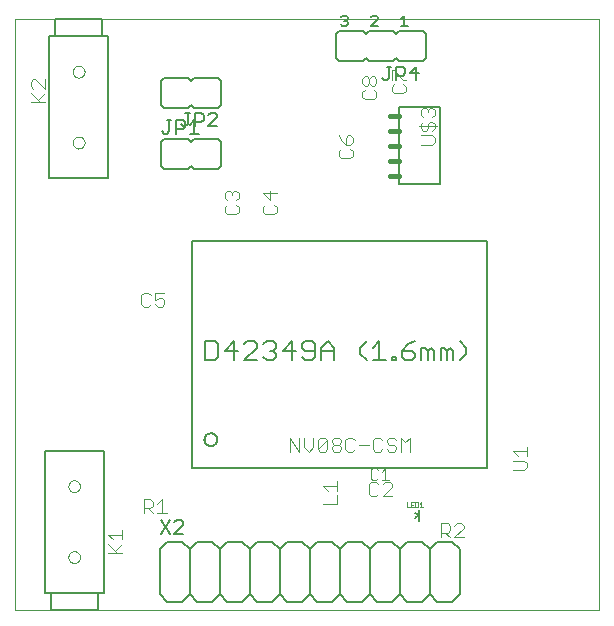
<source format=gto>
G75*
G70*
%OFA0B0*%
%FSLAX24Y24*%
%IPPOS*%
%LPD*%
%AMOC8*
5,1,8,0,0,1.08239X$1,22.5*
%
%ADD10C,0.0000*%
%ADD11C,0.0060*%
%ADD12C,0.0050*%
%ADD13C,0.0040*%
%ADD14C,0.0030*%
%ADD15C,0.0160*%
%ADD16C,0.0080*%
%ADD17C,0.0010*%
D10*
X000253Y000145D02*
X000253Y019830D01*
X019742Y019830D01*
X019742Y000145D01*
X000253Y000145D01*
X002041Y001897D02*
X002043Y001924D01*
X002049Y001951D01*
X002058Y001977D01*
X002071Y002001D01*
X002087Y002024D01*
X002106Y002043D01*
X002128Y002060D01*
X002152Y002074D01*
X002177Y002084D01*
X002204Y002091D01*
X002231Y002094D01*
X002259Y002093D01*
X002286Y002088D01*
X002312Y002080D01*
X002336Y002068D01*
X002359Y002052D01*
X002380Y002034D01*
X002397Y002013D01*
X002412Y001989D01*
X002423Y001964D01*
X002431Y001938D01*
X002435Y001911D01*
X002435Y001883D01*
X002431Y001856D01*
X002423Y001830D01*
X002412Y001805D01*
X002397Y001781D01*
X002380Y001760D01*
X002359Y001742D01*
X002337Y001726D01*
X002312Y001714D01*
X002286Y001706D01*
X002259Y001701D01*
X002231Y001700D01*
X002204Y001703D01*
X002177Y001710D01*
X002152Y001720D01*
X002128Y001734D01*
X002106Y001751D01*
X002087Y001770D01*
X002071Y001793D01*
X002058Y001817D01*
X002049Y001843D01*
X002043Y001870D01*
X002041Y001897D01*
X002041Y004259D02*
X002043Y004286D01*
X002049Y004313D01*
X002058Y004339D01*
X002071Y004363D01*
X002087Y004386D01*
X002106Y004405D01*
X002128Y004422D01*
X002152Y004436D01*
X002177Y004446D01*
X002204Y004453D01*
X002231Y004456D01*
X002259Y004455D01*
X002286Y004450D01*
X002312Y004442D01*
X002336Y004430D01*
X002359Y004414D01*
X002380Y004396D01*
X002397Y004375D01*
X002412Y004351D01*
X002423Y004326D01*
X002431Y004300D01*
X002435Y004273D01*
X002435Y004245D01*
X002431Y004218D01*
X002423Y004192D01*
X002412Y004167D01*
X002397Y004143D01*
X002380Y004122D01*
X002359Y004104D01*
X002337Y004088D01*
X002312Y004076D01*
X002286Y004068D01*
X002259Y004063D01*
X002231Y004062D01*
X002204Y004065D01*
X002177Y004072D01*
X002152Y004082D01*
X002128Y004096D01*
X002106Y004113D01*
X002087Y004132D01*
X002071Y004155D01*
X002058Y004179D01*
X002049Y004205D01*
X002043Y004232D01*
X002041Y004259D01*
X002190Y015716D02*
X002192Y015743D01*
X002198Y015770D01*
X002207Y015796D01*
X002220Y015820D01*
X002236Y015843D01*
X002255Y015862D01*
X002277Y015879D01*
X002301Y015893D01*
X002326Y015903D01*
X002353Y015910D01*
X002380Y015913D01*
X002408Y015912D01*
X002435Y015907D01*
X002461Y015899D01*
X002485Y015887D01*
X002508Y015871D01*
X002529Y015853D01*
X002546Y015832D01*
X002561Y015808D01*
X002572Y015783D01*
X002580Y015757D01*
X002584Y015730D01*
X002584Y015702D01*
X002580Y015675D01*
X002572Y015649D01*
X002561Y015624D01*
X002546Y015600D01*
X002529Y015579D01*
X002508Y015561D01*
X002486Y015545D01*
X002461Y015533D01*
X002435Y015525D01*
X002408Y015520D01*
X002380Y015519D01*
X002353Y015522D01*
X002326Y015529D01*
X002301Y015539D01*
X002277Y015553D01*
X002255Y015570D01*
X002236Y015589D01*
X002220Y015612D01*
X002207Y015636D01*
X002198Y015662D01*
X002192Y015689D01*
X002190Y015716D01*
X002190Y018078D02*
X002192Y018105D01*
X002198Y018132D01*
X002207Y018158D01*
X002220Y018182D01*
X002236Y018205D01*
X002255Y018224D01*
X002277Y018241D01*
X002301Y018255D01*
X002326Y018265D01*
X002353Y018272D01*
X002380Y018275D01*
X002408Y018274D01*
X002435Y018269D01*
X002461Y018261D01*
X002485Y018249D01*
X002508Y018233D01*
X002529Y018215D01*
X002546Y018194D01*
X002561Y018170D01*
X002572Y018145D01*
X002580Y018119D01*
X002584Y018092D01*
X002584Y018064D01*
X002580Y018037D01*
X002572Y018011D01*
X002561Y017986D01*
X002546Y017962D01*
X002529Y017941D01*
X002508Y017923D01*
X002486Y017907D01*
X002461Y017895D01*
X002435Y017887D01*
X002408Y017882D01*
X002380Y017881D01*
X002353Y017884D01*
X002326Y017891D01*
X002301Y017901D01*
X002277Y017915D01*
X002255Y017932D01*
X002236Y017951D01*
X002220Y017974D01*
X002207Y017998D01*
X002198Y018024D01*
X002192Y018051D01*
X002190Y018078D01*
D11*
X005147Y017778D02*
X005147Y016978D01*
X005247Y016878D01*
X006047Y016878D01*
X006147Y016978D01*
X006247Y016878D01*
X007047Y016878D01*
X007147Y016978D01*
X007147Y017778D01*
X007047Y017878D01*
X006247Y017878D01*
X006147Y017778D01*
X006047Y017878D01*
X005247Y017878D01*
X005147Y017778D01*
X005247Y015839D02*
X005147Y015739D01*
X005147Y014939D01*
X005247Y014839D01*
X006047Y014839D01*
X006147Y014939D01*
X006247Y014839D01*
X007047Y014839D01*
X007147Y014939D01*
X007147Y015739D01*
X007047Y015839D01*
X006247Y015839D01*
X006147Y015739D01*
X006047Y015839D01*
X005247Y015839D01*
X010958Y018524D02*
X010958Y019324D01*
X011058Y019424D01*
X011858Y019424D01*
X011958Y019324D01*
X012058Y019424D01*
X012858Y019424D01*
X012958Y019324D01*
X013058Y019424D01*
X013858Y019424D01*
X013958Y019324D01*
X013958Y018524D01*
X013858Y018424D01*
X013058Y018424D01*
X012958Y018524D01*
X012858Y018424D01*
X012058Y018424D01*
X011958Y018524D01*
X011858Y018424D01*
X011058Y018424D01*
X010958Y018524D01*
X010694Y009095D02*
X010908Y008882D01*
X010908Y008455D01*
X010908Y008775D02*
X010481Y008775D01*
X010481Y008882D02*
X010694Y009095D01*
X010481Y008882D02*
X010481Y008455D01*
X010263Y008561D02*
X010263Y008988D01*
X010156Y009095D01*
X009943Y009095D01*
X009836Y008988D01*
X009836Y008882D01*
X009943Y008775D01*
X010263Y008775D01*
X010263Y008561D02*
X010156Y008455D01*
X009943Y008455D01*
X009836Y008561D01*
X009619Y008775D02*
X009192Y008775D01*
X009512Y009095D01*
X009512Y008455D01*
X008974Y008561D02*
X008867Y008455D01*
X008654Y008455D01*
X008547Y008561D01*
X008760Y008775D02*
X008867Y008775D01*
X008974Y008668D01*
X008974Y008561D01*
X008867Y008775D02*
X008974Y008882D01*
X008974Y008988D01*
X008867Y009095D01*
X008654Y009095D01*
X008547Y008988D01*
X008329Y008988D02*
X008329Y008882D01*
X007902Y008455D01*
X008329Y008455D01*
X008329Y008988D02*
X008223Y009095D01*
X008009Y009095D01*
X007902Y008988D01*
X007685Y008775D02*
X007258Y008775D01*
X007578Y009095D01*
X007578Y008455D01*
X007040Y008561D02*
X007040Y008988D01*
X006934Y009095D01*
X006613Y009095D01*
X006613Y008455D01*
X006934Y008455D01*
X007040Y008561D01*
X011770Y008668D02*
X011770Y008882D01*
X011983Y009095D01*
X012199Y008882D02*
X012413Y009095D01*
X012413Y008455D01*
X012626Y008455D02*
X012199Y008455D01*
X011983Y008455D02*
X011770Y008668D01*
X012844Y008561D02*
X012844Y008455D01*
X012951Y008455D01*
X012951Y008561D01*
X012844Y008561D01*
X013166Y008561D02*
X013273Y008455D01*
X013487Y008455D01*
X013593Y008561D01*
X013593Y008668D01*
X013487Y008775D01*
X013166Y008775D01*
X013166Y008561D01*
X013166Y008775D02*
X013380Y008988D01*
X013593Y009095D01*
X013811Y008882D02*
X013918Y008882D01*
X014024Y008775D01*
X014131Y008882D01*
X014238Y008775D01*
X014238Y008455D01*
X014024Y008455D02*
X014024Y008775D01*
X013811Y008882D02*
X013811Y008455D01*
X014455Y008455D02*
X014455Y008882D01*
X014562Y008882D01*
X014669Y008775D01*
X014776Y008882D01*
X014882Y008775D01*
X014882Y008455D01*
X014669Y008455D02*
X014669Y008775D01*
X015100Y009095D02*
X015313Y008882D01*
X015313Y008668D01*
X015100Y008455D01*
X014846Y002405D02*
X014346Y002405D01*
X014096Y002155D01*
X014096Y000655D01*
X014346Y000405D01*
X014846Y000405D01*
X015096Y000655D01*
X015096Y002155D01*
X014846Y002405D01*
X014096Y002155D02*
X013846Y002405D01*
X013346Y002405D01*
X013096Y002155D01*
X013096Y000655D01*
X012846Y000405D01*
X012346Y000405D01*
X012096Y000655D01*
X012096Y002155D01*
X012346Y002405D01*
X012846Y002405D01*
X013096Y002155D01*
X012096Y002155D02*
X011846Y002405D01*
X011346Y002405D01*
X011096Y002155D01*
X011096Y000655D01*
X011346Y000405D01*
X011846Y000405D01*
X012096Y000655D01*
X013096Y000655D02*
X013346Y000405D01*
X013846Y000405D01*
X014096Y000655D01*
X011096Y000655D02*
X010846Y000405D01*
X010346Y000405D01*
X010096Y000655D01*
X010096Y002155D01*
X010346Y002405D01*
X010846Y002405D01*
X011096Y002155D01*
X010096Y002155D02*
X009846Y002405D01*
X009346Y002405D01*
X009096Y002155D01*
X009096Y000655D01*
X009346Y000405D01*
X009846Y000405D01*
X010096Y000655D01*
X009096Y000655D02*
X008846Y000405D01*
X008346Y000405D01*
X008096Y000655D01*
X008096Y002155D01*
X008346Y002405D01*
X008846Y002405D01*
X009096Y002155D01*
X008096Y002155D02*
X007846Y002405D01*
X007346Y002405D01*
X007096Y002155D01*
X007096Y000655D01*
X007346Y000405D01*
X007846Y000405D01*
X008096Y000655D01*
X007096Y000655D02*
X006846Y000405D01*
X006346Y000405D01*
X006096Y000655D01*
X006096Y002155D01*
X006346Y002405D01*
X006846Y002405D01*
X007096Y002155D01*
X006096Y002155D02*
X005846Y002405D01*
X005346Y002405D01*
X005096Y002155D01*
X005096Y000655D01*
X005346Y000405D01*
X005846Y000405D01*
X006096Y000655D01*
D12*
X005882Y002680D02*
X005581Y002680D01*
X005882Y002980D01*
X005882Y003055D01*
X005806Y003130D01*
X005656Y003130D01*
X005581Y003055D01*
X005421Y003130D02*
X005121Y002680D01*
X005421Y002680D02*
X005121Y003130D01*
X006163Y004869D02*
X016005Y004869D01*
X016005Y012428D01*
X006163Y012428D01*
X006163Y004869D01*
X006581Y005814D02*
X006583Y005843D01*
X006589Y005871D01*
X006599Y005898D01*
X006612Y005924D01*
X006629Y005948D01*
X006648Y005969D01*
X006671Y005987D01*
X006695Y006002D01*
X006722Y006014D01*
X006750Y006022D01*
X006779Y006026D01*
X006807Y006026D01*
X006836Y006022D01*
X006864Y006014D01*
X006891Y006002D01*
X006915Y005987D01*
X006938Y005969D01*
X006957Y005948D01*
X006974Y005924D01*
X006987Y005898D01*
X006997Y005871D01*
X007003Y005843D01*
X007005Y005814D01*
X007003Y005785D01*
X006997Y005757D01*
X006987Y005730D01*
X006974Y005704D01*
X006957Y005680D01*
X006938Y005659D01*
X006915Y005641D01*
X006891Y005626D01*
X006864Y005614D01*
X006836Y005606D01*
X006807Y005602D01*
X006779Y005602D01*
X006750Y005606D01*
X006722Y005614D01*
X006695Y005626D01*
X006671Y005641D01*
X006648Y005659D01*
X006629Y005680D01*
X006612Y005704D01*
X006599Y005730D01*
X006589Y005757D01*
X006583Y005785D01*
X006581Y005814D01*
X006583Y005843D01*
X006589Y005871D01*
X006599Y005898D01*
X006612Y005924D01*
X006629Y005948D01*
X006648Y005969D01*
X006671Y005987D01*
X006695Y006002D01*
X006722Y006014D01*
X006750Y006022D01*
X006779Y006026D01*
X006807Y006026D01*
X006836Y006022D01*
X006864Y006014D01*
X006891Y006002D01*
X006915Y005987D01*
X006938Y005969D01*
X006957Y005948D01*
X006974Y005924D01*
X006987Y005898D01*
X006997Y005871D01*
X007003Y005843D01*
X007005Y005814D01*
X007003Y005785D01*
X006997Y005757D01*
X006987Y005730D01*
X006974Y005704D01*
X006957Y005680D01*
X006938Y005659D01*
X006915Y005641D01*
X006891Y005626D01*
X006864Y005614D01*
X006836Y005606D01*
X006807Y005602D01*
X006779Y005602D01*
X006750Y005606D01*
X006722Y005614D01*
X006695Y005626D01*
X006671Y005641D01*
X006648Y005659D01*
X006629Y005680D01*
X006612Y005704D01*
X006599Y005730D01*
X006589Y005757D01*
X006583Y005785D01*
X006581Y005814D01*
X003222Y005440D02*
X001253Y005440D01*
X001253Y000716D01*
X001450Y000716D01*
X001450Y000125D01*
X003025Y000125D01*
X003025Y000716D01*
X002986Y000716D01*
X001450Y000716D01*
X003025Y000716D02*
X003222Y000716D01*
X003222Y005440D01*
X003371Y014534D02*
X001403Y014534D01*
X001403Y019259D01*
X001600Y019259D01*
X001639Y019259D01*
X003175Y019259D01*
X003175Y019849D01*
X001600Y019849D01*
X001600Y019259D01*
X003175Y019259D02*
X003371Y019259D01*
X003371Y014534D01*
X005172Y016090D02*
X005247Y016014D01*
X005322Y016014D01*
X005397Y016090D01*
X005397Y016465D01*
X005322Y016465D02*
X005472Y016465D01*
X005633Y016465D02*
X005858Y016465D01*
X005933Y016390D01*
X005933Y016240D01*
X005858Y016165D01*
X005633Y016165D01*
X005633Y016014D02*
X005633Y016465D01*
X005791Y016328D02*
X005866Y016253D01*
X005941Y016253D01*
X006016Y016328D01*
X006016Y016703D01*
X005941Y016703D02*
X006091Y016703D01*
X006251Y016703D02*
X006477Y016703D01*
X006552Y016628D01*
X006552Y016478D01*
X006477Y016403D01*
X006251Y016403D01*
X006243Y016465D02*
X006243Y016014D01*
X006093Y016014D02*
X006393Y016014D01*
X006251Y016253D02*
X006251Y016703D01*
X006243Y016465D02*
X006093Y016315D01*
X006712Y016253D02*
X007012Y016553D01*
X007012Y016628D01*
X006937Y016703D01*
X006787Y016703D01*
X006712Y016628D01*
X006712Y016253D02*
X007012Y016253D01*
X011124Y019666D02*
X011181Y019609D01*
X011294Y019609D01*
X011351Y019666D01*
X011351Y019723D01*
X011294Y019779D01*
X011237Y019779D01*
X011294Y019779D02*
X011351Y019836D01*
X011351Y019893D01*
X011294Y019950D01*
X011181Y019950D01*
X011124Y019893D01*
X012124Y019893D02*
X012181Y019950D01*
X012294Y019950D01*
X012351Y019893D01*
X012351Y019836D01*
X012124Y019609D01*
X012351Y019609D01*
X013124Y019609D02*
X013351Y019609D01*
X013237Y019609D02*
X013237Y019950D01*
X013124Y019836D01*
X013187Y018250D02*
X012962Y018250D01*
X012962Y017799D01*
X012962Y017949D02*
X013187Y017949D01*
X013263Y018024D01*
X013263Y018175D01*
X013187Y018250D01*
X013423Y018024D02*
X013723Y018024D01*
X013648Y017799D02*
X013648Y018250D01*
X013423Y018024D01*
X012802Y018250D02*
X012652Y018250D01*
X012727Y018250D02*
X012727Y017874D01*
X012652Y017799D01*
X012577Y017799D01*
X012502Y017874D01*
X013068Y016897D02*
X014446Y016897D01*
X014446Y014338D01*
X013068Y014338D01*
X013068Y016897D01*
D13*
X013214Y017356D02*
X012907Y017356D01*
X012830Y017432D01*
X012830Y017586D01*
X012907Y017663D01*
X012830Y017816D02*
X012830Y018123D01*
X012907Y018123D01*
X013214Y017816D01*
X013290Y017816D01*
X013214Y017663D02*
X013290Y017586D01*
X013290Y017432D01*
X013214Y017356D01*
X013797Y016801D02*
X013874Y016877D01*
X013950Y016877D01*
X014027Y016801D01*
X014104Y016877D01*
X014181Y016877D01*
X014257Y016801D01*
X014257Y016647D01*
X014181Y016570D01*
X014181Y016417D02*
X014104Y016417D01*
X014027Y016340D01*
X014027Y016187D01*
X013950Y016110D01*
X013874Y016110D01*
X013797Y016187D01*
X013797Y016340D01*
X013874Y016417D01*
X013874Y016570D02*
X013797Y016647D01*
X013797Y016801D01*
X014027Y016801D02*
X014027Y016724D01*
X014181Y016417D02*
X014257Y016340D01*
X014257Y016187D01*
X014181Y016110D01*
X014181Y015957D02*
X013797Y015957D01*
X013797Y015650D02*
X014181Y015650D01*
X014257Y015726D01*
X014257Y015880D01*
X014181Y015957D01*
X014334Y016264D02*
X013720Y016264D01*
X012306Y017236D02*
X012306Y017389D01*
X012229Y017466D01*
X012229Y017619D02*
X012153Y017619D01*
X012076Y017696D01*
X012076Y017849D01*
X012153Y017926D01*
X012229Y017926D01*
X012306Y017849D01*
X012306Y017696D01*
X012229Y017619D01*
X012076Y017696D02*
X011999Y017619D01*
X011923Y017619D01*
X011846Y017696D01*
X011846Y017849D01*
X011923Y017926D01*
X011999Y017926D01*
X012076Y017849D01*
X011923Y017466D02*
X011846Y017389D01*
X011846Y017236D01*
X011923Y017159D01*
X012229Y017159D01*
X012306Y017236D01*
X011442Y015958D02*
X011365Y015958D01*
X011289Y015881D01*
X011289Y015651D01*
X011442Y015651D01*
X011519Y015727D01*
X011519Y015881D01*
X011442Y015958D01*
X011135Y015804D02*
X011289Y015651D01*
X011442Y015497D02*
X011519Y015420D01*
X011519Y015267D01*
X011442Y015190D01*
X011135Y015190D01*
X011058Y015267D01*
X011058Y015420D01*
X011135Y015497D01*
X011135Y015804D02*
X011058Y015958D01*
X008987Y014030D02*
X008527Y014030D01*
X008757Y013800D01*
X008757Y014107D01*
X008604Y013647D02*
X008527Y013570D01*
X008527Y013417D01*
X008604Y013340D01*
X008911Y013340D01*
X008987Y013417D01*
X008987Y013570D01*
X008911Y013647D01*
X007723Y013570D02*
X007647Y013647D01*
X007723Y013570D02*
X007723Y013417D01*
X007647Y013340D01*
X007340Y013340D01*
X007263Y013417D01*
X007263Y013570D01*
X007340Y013647D01*
X007340Y013800D02*
X007263Y013877D01*
X007263Y014030D01*
X007340Y014107D01*
X007417Y014107D01*
X007493Y014030D01*
X007570Y014107D01*
X007647Y014107D01*
X007723Y014030D01*
X007723Y013877D01*
X007647Y013800D01*
X007493Y013954D02*
X007493Y014030D01*
X005248Y010704D02*
X004941Y010704D01*
X004941Y010473D01*
X005095Y010550D01*
X005171Y010550D01*
X005248Y010473D01*
X005248Y010320D01*
X005171Y010243D01*
X005018Y010243D01*
X004941Y010320D01*
X004788Y010320D02*
X004711Y010243D01*
X004558Y010243D01*
X004481Y010320D01*
X004481Y010627D01*
X004558Y010704D01*
X004711Y010704D01*
X004788Y010627D01*
X009441Y005873D02*
X009748Y005413D01*
X009748Y005873D01*
X009901Y005873D02*
X009901Y005566D01*
X010055Y005413D01*
X010208Y005566D01*
X010208Y005873D01*
X010362Y005796D02*
X010362Y005489D01*
X010669Y005796D01*
X010669Y005489D01*
X010592Y005413D01*
X010438Y005413D01*
X010362Y005489D01*
X010362Y005796D02*
X010438Y005873D01*
X010592Y005873D01*
X010669Y005796D01*
X010822Y005796D02*
X010822Y005720D01*
X010899Y005643D01*
X011052Y005643D01*
X011129Y005566D01*
X011129Y005489D01*
X011052Y005413D01*
X010899Y005413D01*
X010822Y005489D01*
X010822Y005566D01*
X010899Y005643D01*
X011052Y005643D02*
X011129Y005720D01*
X011129Y005796D01*
X011052Y005873D01*
X010899Y005873D01*
X010822Y005796D01*
X011282Y005796D02*
X011282Y005489D01*
X011359Y005413D01*
X011513Y005413D01*
X011589Y005489D01*
X011743Y005643D02*
X012050Y005643D01*
X012203Y005796D02*
X012203Y005489D01*
X012280Y005413D01*
X012433Y005413D01*
X012510Y005489D01*
X012664Y005489D02*
X012740Y005413D01*
X012894Y005413D01*
X012970Y005489D01*
X012970Y005566D01*
X012894Y005643D01*
X012740Y005643D01*
X012664Y005720D01*
X012664Y005796D01*
X012740Y005873D01*
X012894Y005873D01*
X012970Y005796D01*
X013124Y005873D02*
X013277Y005720D01*
X013431Y005873D01*
X013431Y005413D01*
X013124Y005413D02*
X013124Y005873D01*
X012510Y005796D02*
X012433Y005873D01*
X012280Y005873D01*
X012203Y005796D01*
X011589Y005796D02*
X011513Y005873D01*
X011359Y005873D01*
X011282Y005796D01*
X011007Y004422D02*
X011007Y004115D01*
X011007Y003962D02*
X011007Y003655D01*
X010547Y003655D01*
X010700Y004115D02*
X010547Y004269D01*
X011007Y004269D01*
X012071Y004322D02*
X012071Y004015D01*
X012147Y003938D01*
X012301Y003938D01*
X012378Y004015D01*
X012531Y003938D02*
X012838Y004245D01*
X012838Y004322D01*
X012761Y004399D01*
X012608Y004399D01*
X012531Y004322D01*
X012378Y004322D02*
X012301Y004399D01*
X012147Y004399D01*
X012071Y004322D01*
X012531Y003938D02*
X012838Y003938D01*
X014453Y003025D02*
X014453Y002565D01*
X014453Y002718D02*
X014683Y002718D01*
X014759Y002795D01*
X014759Y002948D01*
X014683Y003025D01*
X014453Y003025D01*
X014606Y002718D02*
X014759Y002565D01*
X014913Y002565D02*
X015220Y002872D01*
X015220Y002948D01*
X015143Y003025D01*
X014990Y003025D01*
X014913Y002948D01*
X014913Y002565D02*
X015220Y002565D01*
X016863Y004810D02*
X017247Y004810D01*
X017324Y004887D01*
X017324Y005041D01*
X017247Y005117D01*
X016863Y005117D01*
X017017Y005271D02*
X016863Y005424D01*
X017324Y005424D01*
X017324Y005271D02*
X017324Y005578D01*
X009441Y005413D02*
X009441Y005873D01*
X005318Y003367D02*
X005011Y003367D01*
X004858Y003367D02*
X004704Y003521D01*
X004781Y003521D02*
X004551Y003521D01*
X004551Y003367D02*
X004551Y003828D01*
X004781Y003828D01*
X004858Y003751D01*
X004858Y003598D01*
X004781Y003521D01*
X005011Y003674D02*
X005165Y003828D01*
X005165Y003367D01*
X003832Y002802D02*
X003832Y002495D01*
X003832Y002342D02*
X003602Y002111D01*
X003678Y002035D02*
X003371Y002342D01*
X003525Y002495D02*
X003371Y002649D01*
X003832Y002649D01*
X003832Y002035D02*
X003371Y002035D01*
X001253Y017059D02*
X000793Y017059D01*
X001023Y017136D02*
X001253Y017366D01*
X001253Y017519D02*
X000946Y017826D01*
X000869Y017826D01*
X000793Y017749D01*
X000793Y017596D01*
X000869Y017519D01*
X000793Y017366D02*
X001100Y017059D01*
X001253Y017519D02*
X001253Y017826D01*
D14*
X012180Y004855D02*
X012119Y004793D01*
X012119Y004546D01*
X012180Y004484D01*
X012304Y004484D01*
X012366Y004546D01*
X012487Y004484D02*
X012734Y004484D01*
X012610Y004484D02*
X012610Y004855D01*
X012487Y004731D01*
X012366Y004793D02*
X012304Y004855D01*
X012180Y004855D01*
D15*
X012773Y014617D02*
X013049Y014617D01*
X013049Y015117D02*
X012773Y015117D01*
X012773Y015617D02*
X013049Y015617D01*
X013049Y016117D02*
X012773Y016117D01*
X012773Y016617D02*
X013049Y016617D01*
D16*
X013730Y003476D02*
X013730Y003295D01*
X013608Y003203D01*
X013730Y003114D02*
X013730Y003295D01*
X013724Y003305D02*
X013608Y003381D01*
D17*
X013613Y003575D02*
X013688Y003575D01*
X013713Y003600D01*
X013713Y003700D01*
X013688Y003725D01*
X013613Y003725D01*
X013613Y003575D01*
X013566Y003575D02*
X013466Y003575D01*
X013466Y003725D01*
X013566Y003725D01*
X013516Y003650D02*
X013466Y003650D01*
X013418Y003575D02*
X013318Y003575D01*
X013318Y003725D01*
X013760Y003675D02*
X013810Y003725D01*
X013810Y003575D01*
X013760Y003575D02*
X013860Y003575D01*
M02*

</source>
